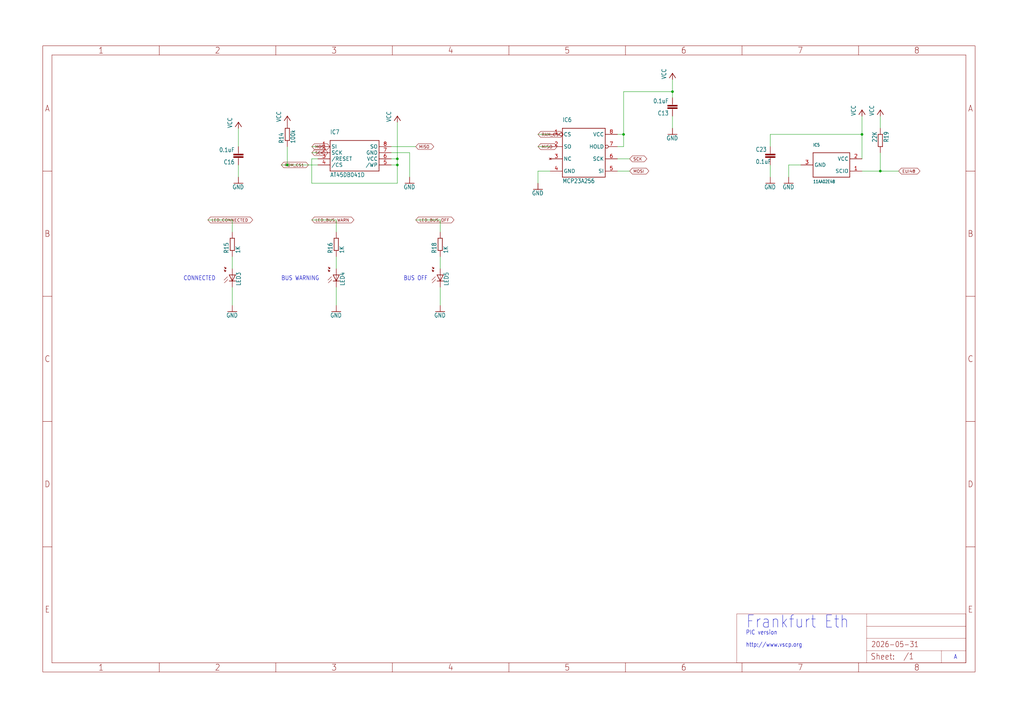
<source format=kicad_sch>
(kicad_sch (version 20250114) (generator "eeschema") (generator_version "9.0")
  (paper "User" 425.45 298.602)
  (lib_symbols
    (symbol "frankfurt_eth_pic-eagle-import:11AA02E48"
      (symbol "11AA02E48_1_0"
        (polyline (pts (xy -7.62 5.08) (xy -7.62 -5.08)) (stroke (width 0.254)))
        (polyline (pts (xy -7.62 -5.08) (xy 7.62 -5.08)) (stroke (width 0.254)))
        (polyline (pts (xy 7.62 5.08) (xy -7.62 5.08)) (stroke (width 0.254)))
        (polyline (pts (xy 7.62 -5.08) (xy 7.62 5.08)) (stroke (width 0.254)))
        (pin power_in line (at -12.7 0 0) (length 5.08) (name "GND") (number "3"))
        (pin power_in line (at 12.7 2.54 180) (length 5.08) (name "VCC") (number "2"))
        (pin bidirectional line (at 12.7 -2.54 180) (length 5.08) (name "SCIO") (number "1"))
      )
    )
    (symbol "frankfurt_eth_pic-eagle-import:A3L-LOC"
      (symbol "A3L-LOC_1_0"
        (polyline (pts (xy 0 260.35) (xy 387.35 260.35) (xy 387.35 0) (xy 0 0) (xy 0 260.35)))
        (polyline (pts (xy 0 208.28) (xy 3.81 208.28)))
        (polyline (pts (xy 0 156.21) (xy 3.81 156.21)))
        (polyline (pts (xy 0 104.14) (xy 3.81 104.14)))
        (polyline (pts (xy 0 52.07) (xy 3.81 52.07)))
        (polyline (pts (xy 3.81 256.54) (xy 3.81 3.81)))
        (polyline (pts (xy 48.4188 260.35) (xy 48.4188 256.54)))
        (polyline (pts (xy 48.4188 3.81) (xy 48.4188 0)))
        (polyline (pts (xy 96.8375 260.35) (xy 96.8375 256.54)))
        (polyline (pts (xy 96.8375 3.81) (xy 96.8375 0)))
        (polyline (pts (xy 145.2563 260.35) (xy 145.2563 256.54)))
        (polyline (pts (xy 145.2563 3.81) (xy 145.2563 0)))
        (polyline (pts (xy 193.675 260.35) (xy 193.675 256.54)))
        (polyline (pts (xy 193.675 3.81) (xy 193.675 0)))
        (polyline (pts (xy 242.0938 260.35) (xy 242.0938 256.54)))
        (polyline (pts (xy 242.0938 3.81) (xy 242.0938 0)))
        (polyline (pts (xy 288.29 24.13) (xy 342.265 24.13)) (stroke (width 0.1016)))
        (polyline (pts (xy 288.29 3.81) (xy 288.29 24.13)) (stroke (width 0.1016)))
        (polyline (pts (xy 288.29 3.81) (xy 342.265 3.81)) (stroke (width 0.1016)))
        (polyline (pts (xy 290.5125 260.35) (xy 290.5125 256.54)))
        (polyline (pts (xy 290.5125 3.81) (xy 290.5125 0)))
        (polyline (pts (xy 338.9313 260.35) (xy 338.9313 256.54)))
        (polyline (pts (xy 338.9313 3.81) (xy 338.9313 0)))
        (polyline (pts (xy 342.265 24.13) (xy 383.54 24.13)) (stroke (width 0.1016)))
        (polyline (pts (xy 342.265 19.05) (xy 342.265 24.13)) (stroke (width 0.1016)))
        (polyline (pts (xy 342.265 19.05) (xy 383.54 19.05)) (stroke (width 0.1016)))
        (polyline (pts (xy 342.265 13.97) (xy 342.265 19.05)) (stroke (width 0.1016)))
        (polyline (pts (xy 342.265 13.97) (xy 383.54 13.97)) (stroke (width 0.1016)))
        (polyline (pts (xy 342.265 8.89) (xy 342.265 13.97)) (stroke (width 0.1016)))
        (polyline (pts (xy 342.265 8.89) (xy 342.265 3.81)) (stroke (width 0.1016)))
        (polyline (pts (xy 342.265 3.81) (xy 373.38 3.81)) (stroke (width 0.1016)))
        (polyline (pts (xy 373.38 8.89) (xy 342.265 8.89)) (stroke (width 0.1016)))
        (polyline (pts (xy 373.38 8.89) (xy 383.54 8.89)) (stroke (width 0.1016)))
        (polyline (pts (xy 373.38 3.81) (xy 373.38 8.89)) (stroke (width 0.1016)))
        (polyline (pts (xy 373.38 3.81) (xy 383.54 3.81)) (stroke (width 0.1016)))
        (polyline (pts (xy 383.54 256.54) (xy 3.81 256.54)))
        (polyline (pts (xy 383.54 256.54) (xy 383.54 3.81)))
        (polyline (pts (xy 383.54 208.28) (xy 387.35 208.28)))
        (polyline (pts (xy 383.54 156.21) (xy 387.35 156.21)))
        (polyline (pts (xy 383.54 104.14) (xy 387.35 104.14)))
        (polyline (pts (xy 383.54 52.07) (xy 387.35 52.07)))
        (polyline (pts (xy 383.54 19.05) (xy 383.54 24.13)) (stroke (width 0.1016)))
        (polyline (pts (xy 383.54 13.97) (xy 383.54 19.05)) (stroke (width 0.1016)))
        (polyline (pts (xy 383.54 8.89) (xy 383.54 13.97)) (stroke (width 0.1016)))
        (polyline (pts (xy 383.54 3.81) (xy 3.81 3.81)))
        (polyline (pts (xy 383.54 3.81) (xy 383.54 8.89)) (stroke (width 0.1016)))
        (text "A" (at 1.905 234.315 0) (effects (font (size 2.54 2.286))))
        (text "B" (at 1.905 182.245 0) (effects (font (size 2.54 2.286))))
        (text "C" (at 1.905 130.175 0) (effects (font (size 2.54 2.286))))
        (text "D" (at 1.905 78.105 0) (effects (font (size 2.54 2.286))))
        (text "E" (at 1.905 26.035 0) (effects (font (size 2.54 2.286))))
        (text "1" (at 24.2094 258.445 0) (effects (font (size 2.54 2.286))))
        (text "1" (at 24.2094 1.905 0) (effects (font (size 2.54 2.286))))
        (text "2" (at 72.6281 258.445 0) (effects (font (size 2.54 2.286))))
        (text "2" (at 72.6281 1.905 0) (effects (font (size 2.54 2.286))))
        (text "3" (at 121.0469 258.445 0) (effects (font (size 2.54 2.286))))
        (text "3" (at 121.0469 1.905 0) (effects (font (size 2.54 2.286))))
        (text "4" (at 169.4656 258.445 0) (effects (font (size 2.54 2.286))))
        (text "4" (at 169.4656 1.905 0) (effects (font (size 2.54 2.286))))
        (text "5" (at 217.8844 258.445 0) (effects (font (size 2.54 2.286))))
        (text "5" (at 217.8844 1.905 0) (effects (font (size 2.54 2.286))))
        (text "6" (at 266.3031 258.445 0) (effects (font (size 2.54 2.286))))
        (text "6" (at 266.3031 1.905 0) (effects (font (size 2.54 2.286))))
        (text "7" (at 314.7219 258.445 0) (effects (font (size 2.54 2.286))))
        (text "7" (at 314.7219 1.905 0) (effects (font (size 2.54 2.286))))
        (text "Sheet:" (at 343.916 4.953 0) (effects (font (size 2.54 2.159)) (justify left bottom)))
        (text "${PROJECTNAME}" (at 344.17 15.24 0) (effects (font (size 2.54 2.159)) (justify left bottom)))
        (text "${CURRENT_DATE}" (at 344.17 10.16 0) (effects (font (size 2.286 1.9431)) (justify left bottom)))
        (text "${#}/${##}" (at 357.505 5.08 0) (effects (font (size 2.54 2.159)) (justify left bottom)))
        (text "8" (at 363.1406 258.445 0) (effects (font (size 2.54 2.286))))
        (text "8" (at 363.1406 1.905 0) (effects (font (size 2.54 2.286))))
        (text "A" (at 385.445 234.315 0) (effects (font (size 2.54 2.286))))
        (text "B" (at 385.445 182.245 0) (effects (font (size 2.54 2.286))))
        (text "C" (at 385.445 130.175 0) (effects (font (size 2.54 2.286))))
        (text "D" (at 385.445 78.105 0) (effects (font (size 2.54 2.286))))
        (text "E" (at 385.445 26.035 0) (effects (font (size 2.54 2.286))))
      )
    )
    (symbol "frankfurt_eth_pic-eagle-import:AT45DB011DSOP8W"
      (property "Reference" "SOP8" (at -10.16 7.62 0))
      (symbol "AT45DB011DSOP8W_1_0"
        (polyline (pts (xy -10.16 5.08) (xy -10.16 -7.62)) (stroke (width 0.254)))
        (polyline (pts (xy -10.16 -7.62) (xy 10.16 -7.62)) (stroke (width 0.254)))
        (polyline (pts (xy 10.16 5.08) (xy -10.16 5.08)) (stroke (width 0.254)))
        (polyline (pts (xy 10.16 -7.62) (xy 10.16 5.08)) (stroke (width 0.254)))
        (pin input line (at -15.24 2.54 0) (length 5.08) (name "SI") (number "1"))
        (pin input line (at -15.24 0 0) (length 5.08) (name "SCK") (number "2"))
        (pin input line (at -15.24 -2.54 0) (length 5.08) (name "/RESET") (number "3"))
        (pin input line (at -15.24 -5.08 0) (length 5.08) (name "/CS") (number "4"))
        (pin output line (at 15.24 2.54 180) (length 5.08) (name "SO") (number "8"))
        (pin power_in line (at 15.24 0 180) (length 5.08) (name "GND") (number "7"))
        (pin power_in line (at 15.24 -2.54 180) (length 5.08) (name "VCC") (number "6"))
        (pin input line (at 15.24 -5.08 180) (length 5.08) (name "/WP") (number "5"))
      )
    )
    (symbol "frankfurt_eth_pic-eagle-import:C-EUC0805"
      (property "Reference" "C" (at 1.524 0.381 0))
      (symbol "C-EUC0805_1_0"
        (rectangle (start -2.032 -1.016) (end 2.032 -0.508) (fill (type outline)))
        (rectangle (start -2.032 -2.032) (end 2.032 -1.524) (fill (type outline)))
        (polyline (pts (xy 0 0) (xy 0 -0.508)) (stroke (width 0.1524)))
        (polyline (pts (xy 0 -2.54) (xy 0 -2.032)) (stroke (width 0.1524)))
        (pin passive line (at 0 2.54 270) (length 2.54) (name "1") (number "1"))
        (pin passive line (at 0 -5.08 90) (length 2.54) (name "2") (number "2"))
      )
    )
    (symbol "frankfurt_eth_pic-eagle-import:GND" (power)
      (symbol "GND_1_0"
        (polyline (pts (xy -1.905 0) (xy 1.905 0)) (stroke (width 0.254)))
        (pin power_in line (at 0 2.54 270) (length 2.54) (name "GND") (number "1"))
      )
    )
    (symbol "frankfurt_eth_pic-eagle-import:LEDCHIP-LED0805"
      (property "Reference" "LED" (at 3.556 -4.572 90))
      (symbol "LEDCHIP-LED0805_1_0"
        (polyline (pts (xy -3.429 2.159) (xy -3.048 1.27) (xy -2.54 1.778)) (stroke (width 0.1524)) (fill (type outline)))
        (polyline (pts (xy -3.302 3.302) (xy -2.921 2.413) (xy -2.413 2.921)) (stroke (width 0.1524)) (fill (type outline)))
        (polyline (pts (xy -2.032 -0.762) (xy -3.429 -2.159)) (stroke (width 0.1524)))
        (polyline (pts (xy -1.905 -1.905) (xy -3.302 -3.302)) (stroke (width 0.1524)))
        (polyline (pts (xy 0 0) (xy -1.27 0)) (stroke (width 0.254)))
        (polyline (pts (xy 0 0) (xy 0 -2.54)) (stroke (width 0.1524)))
        (polyline (pts (xy 0 -2.54) (xy -1.27 0)) (stroke (width 0.254)))
        (polyline (pts (xy 0 -2.54) (xy -1.27 -2.54)) (stroke (width 0.254)))
        (polyline (pts (xy 1.27 0) (xy 0 0)) (stroke (width 0.254)))
        (polyline (pts (xy 1.27 0) (xy 0 -2.54)) (stroke (width 0.254)))
        (polyline (pts (xy 1.27 -2.54) (xy 0 -2.54)) (stroke (width 0.254)))
        (pin passive line (at 0 2.54 270) (length 2.54) (name "A") (number "A"))
        (pin passive line (at 0 -5.08 90) (length 2.54) (name "C") (number "C"))
      )
    )
    (symbol "frankfurt_eth_pic-eagle-import:MCP23A256"
      (symbol "MCP23A256_1_0"
        (polyline (pts (xy -7.62 7.62) (xy -7.62 -12.7)) (stroke (width 0.254)))
        (polyline (pts (xy -7.62 -12.7) (xy 10.16 -12.7)) (stroke (width 0.254)))
        (polyline (pts (xy 10.16 7.62) (xy -7.62 7.62)) (stroke (width 0.254)))
        (polyline (pts (xy 10.16 -12.7) (xy 10.16 7.62)) (stroke (width 0.254)))
        (pin input inverted (at -12.7 5.08 0) (length 5.08) (name "CS") (number "1"))
        (pin output line (at -12.7 0 0) (length 5.08) (name "SO") (number "2"))
        (pin no_connect line (at -12.7 -5.08 0) (length 5.08) (name "NC") (number "3"))
        (pin power_in line (at -12.7 -10.16 0) (length 5.08) (name "GND") (number "4"))
        (pin power_in line (at 15.24 5.08 180) (length 5.08) (name "VCC") (number "8"))
        (pin input inverted (at 15.24 0 180) (length 5.08) (name "HOLD") (number "7"))
        (pin input line (at 15.24 -5.08 180) (length 5.08) (name "SCK") (number "6"))
        (pin input line (at 15.24 -10.16 180) (length 5.08) (name "SI") (number "5"))
      )
    )
    (symbol "frankfurt_eth_pic-eagle-import:R-EU_M0805"
      (property "Reference" "R" (at -3.81 1.4986 0))
      (symbol "R-EU_M0805_1_0"
        (polyline (pts (xy -2.54 -0.889) (xy -2.54 0.889)) (stroke (width 0.254)))
        (polyline (pts (xy -2.54 -0.889) (xy 2.54 -0.889)) (stroke (width 0.254)))
        (polyline (pts (xy 2.54 0.889) (xy -2.54 0.889)) (stroke (width 0.254)))
        (polyline (pts (xy 2.54 -0.889) (xy 2.54 0.889)) (stroke (width 0.254)))
        (pin passive line (at -5.08 0 0) (length 2.54) (name "1") (number "1"))
        (pin passive line (at 5.08 0 180) (length 2.54) (name "2") (number "2"))
      )
    )
    (symbol "frankfurt_eth_pic-eagle-import:R-EU_R0805"
      (property "Reference" "R" (at -3.81 1.4986 0))
      (symbol "R-EU_R0805_1_0"
        (polyline (pts (xy -2.54 -0.889) (xy -2.54 0.889)) (stroke (width 0.254)))
        (polyline (pts (xy -2.54 -0.889) (xy 2.54 -0.889)) (stroke (width 0.254)))
        (polyline (pts (xy 2.54 0.889) (xy -2.54 0.889)) (stroke (width 0.254)))
        (polyline (pts (xy 2.54 -0.889) (xy 2.54 0.889)) (stroke (width 0.254)))
        (pin passive line (at -5.08 0 0) (length 2.54) (name "1") (number "1"))
        (pin passive line (at 5.08 0 180) (length 2.54) (name "2") (number "2"))
      )
    )
    (symbol "frankfurt_eth_pic-eagle-import:VCC" (power)
      (symbol "VCC_1_0"
        (polyline (pts (xy 0 0) (xy -1.27 -1.905)) (stroke (width 0.254)))
        (polyline (pts (xy 1.27 -1.905) (xy 0 0)) (stroke (width 0.254)))
        (pin power_in line (at 0 -2.54 90) (length 2.54) (name "VCC") (number "1"))
      )
    )
  )
  (text "BUS OFF" (at 167.64 116.84 0) (effects (font (size 1.778 1.5113)) (justify left bottom)))
  (text "PIC version" (at 309.88 264.16 0) (effects (font (size 1.778 1.5113)) (justify left bottom)))
  (text "A" (at 396.24 274.32 0) (effects (font (size 1.778 1.5113)) (justify left bottom)))
  (text "http://www.vscp.org" (at 309.88 269.24 0) (effects (font (size 1.778 1.5113)) (justify left bottom)))
  (text "CONNECTED" (at 76.2 116.84 0) (effects (font (size 1.778 1.5113)) (justify left bottom)))
  (text "BUS WARNING" (at 116.84 116.84 0) (effects (font (size 1.778 1.5113)) (justify left bottom)))
  (text "Frankfurt Eth" (at 309.88 261.62 0) (effects (font (size 5.08 4.318)) (justify left bottom)))
  (junction (at 358.14 55.88))
  (junction (at 279.4 38.1))
  (junction (at 119.38 68.58))
  (junction (at 165.1 68.58))
  (junction (at 165.1 66.04))
  (junction (at 259.08 55.88))
  (junction (at 365.76 71.12))
  (wire (pts (xy 129.54 76.2) (xy 129.54 66.04)) (stroke (width 0.1524)))
  (wire (pts (xy 320.04 55.88) (xy 358.14 55.88)) (stroke (width 0.1524)))
  (wire (pts (xy 96.52 119.38) (xy 96.52 127)) (stroke (width 0.1524)))
  (wire (pts (xy 182.88 111.76) (xy 182.88 106.68)) (stroke (width 0.1524)))
  (wire (pts (xy 259.08 38.1) (xy 279.4 38.1)) (stroke (width 0.1524)))
  (wire (pts (xy 162.56 60.96) (xy 172.72 60.96)) (stroke (width 0.1524)))
  (wire (pts (xy 132.08 60.96) (xy 129.54 60.96)) (stroke (width 0.1524)))
  (wire (pts (xy 165.1 68.58) (xy 165.1 76.2)) (stroke (width 0.1524)))
  (wire (pts (xy 259.08 55.88) (xy 259.08 38.1)) (stroke (width 0.1524)))
  (wire (pts (xy 165.1 68.58) (xy 165.1 66.04)) (stroke (width 0.1524)))
  (wire (pts (xy 279.4 40.64) (xy 279.4 38.1)) (stroke (width 0.1524)))
  (wire (pts (xy 228.6 60.96) (xy 223.52 60.96)) (stroke (width 0.1524)))
  (wire (pts (xy 365.76 71.12) (xy 373.38 71.12)) (stroke (width 0.1524)))
  (wire (pts (xy 327.66 68.58) (xy 327.66 73.66)) (stroke (width 0.1524)))
  (wire (pts (xy 358.14 71.12) (xy 365.76 71.12)) (stroke (width 0.1524)))
  (wire (pts (xy 119.38 68.58) (xy 116.84 68.58)) (stroke (width 0.1524)))
  (wire (pts (xy 96.52 91.44) (xy 86.36 91.44)) (stroke (width 0.1524)))
  (wire (pts (xy 256.54 71.12) (xy 261.62 71.12)) (stroke (width 0.1524)))
  (wire (pts (xy 165.1 76.2) (xy 129.54 76.2)) (stroke (width 0.1524)))
  (wire (pts (xy 132.08 66.04) (xy 129.54 66.04)) (stroke (width 0.1524)))
  (wire (pts (xy 279.4 38.1) (xy 279.4 33.02)) (stroke (width 0.1524)))
  (wire (pts (xy 182.88 91.44) (xy 172.72 91.44)) (stroke (width 0.1524)))
  (wire (pts (xy 165.1 66.04) (xy 165.1 50.8)) (stroke (width 0.1524)))
  (wire (pts (xy 320.04 60.96) (xy 320.04 55.88)) (stroke (width 0.1524)))
  (wire (pts (xy 119.38 68.58) (xy 119.38 60.96)) (stroke (width 0.1524)))
  (wire (pts (xy 162.56 66.04) (xy 165.1 66.04)) (stroke (width 0.1524)))
  (wire (pts (xy 99.06 60.96) (xy 99.06 53.34)) (stroke (width 0.1524)))
  (wire (pts (xy 162.56 63.5) (xy 170.18 63.5)) (stroke (width 0.1524)))
  (wire (pts (xy 279.4 53.34) (xy 279.4 48.26)) (stroke (width 0.1524)))
  (wire (pts (xy 132.08 63.5) (xy 129.54 63.5)) (stroke (width 0.1524)))
  (wire (pts (xy 256.54 66.04) (xy 261.62 66.04)) (stroke (width 0.1524)))
  (wire (pts (xy 96.52 111.76) (xy 96.52 106.68)) (stroke (width 0.1524)))
  (wire (pts (xy 256.54 60.96) (xy 259.08 60.96)) (stroke (width 0.1524)))
  (wire (pts (xy 182.88 91.44) (xy 182.88 96.52)) (stroke (width 0.1524)))
  (wire (pts (xy 332.74 68.58) (xy 327.66 68.58)) (stroke (width 0.1524)))
  (wire (pts (xy 132.08 68.58) (xy 119.38 68.58)) (stroke (width 0.1524)))
  (wire (pts (xy 256.54 55.88) (xy 259.08 55.88)) (stroke (width 0.1524)))
  (wire (pts (xy 223.52 71.12) (xy 223.52 76.2)) (stroke (width 0.1524)))
  (wire (pts (xy 365.76 63.5) (xy 365.76 71.12)) (stroke (width 0.1524)))
  (wire (pts (xy 228.6 71.12) (xy 223.52 71.12)) (stroke (width 0.1524)))
  (wire (pts (xy 259.08 60.96) (xy 259.08 55.88)) (stroke (width 0.1524)))
  (wire (pts (xy 96.52 91.44) (xy 96.52 96.52)) (stroke (width 0.1524)))
  (wire (pts (xy 358.14 55.88) (xy 358.14 48.26)) (stroke (width 0.1524)))
  (wire (pts (xy 182.88 119.38) (xy 182.88 127)) (stroke (width 0.1524)))
  (wire (pts (xy 358.14 66.04) (xy 358.14 55.88)) (stroke (width 0.1524)))
  (wire (pts (xy 139.7 91.44) (xy 139.7 96.52)) (stroke (width 0.1524)))
  (wire (pts (xy 228.6 55.88) (xy 223.52 55.88)) (stroke (width 0.1524)))
  (wire (pts (xy 139.7 119.38) (xy 139.7 127)) (stroke (width 0.1524)))
  (wire (pts (xy 139.7 111.76) (xy 139.7 106.68)) (stroke (width 0.1524)))
  (wire (pts (xy 365.76 48.26) (xy 365.76 53.34)) (stroke (width 0.1524)))
  (wire (pts (xy 99.06 68.58) (xy 99.06 73.66)) (stroke (width 0.1524)))
  (wire (pts (xy 320.04 68.58) (xy 320.04 73.66)) (stroke (width 0.1524)))
  (wire (pts (xy 139.7 91.44) (xy 129.54 91.44)) (stroke (width 0.1524)))
  (wire (pts (xy 170.18 63.5) (xy 170.18 73.66)) (stroke (width 0.1524)))
  (wire (pts (xy 162.56 68.58) (xy 165.1 68.58)) (stroke (width 0.1524)))
  (global_label "MISO" (shape bidirectional) (at 223.52 60.96 0) (effects (font (size 1.2446 1.2446))) (property "Intersheetrefs" "${INTERSHEET_REFS}" (effects (hide yes))))
  (global_label "ROM_CS1" (shape bidirectional) (at 116.84 68.58 0) (effects (font (size 1.1735 1.1735))) (property "Intersheetrefs" "${INTERSHEET_REFS}" (effects (hide yes))))
  (global_label "LED_BUS_OFF" (shape bidirectional) (at 172.72 91.44 0) (effects (font (size 1.2446 1.2446))) (property "Intersheetrefs" "${INTERSHEET_REFS}" (effects (hide yes))))
  (global_label "MOSI" (shape bidirectional) (at 261.62 71.12 0) (effects (font (size 1.2446 1.2446))) (property "Intersheetrefs" "${INTERSHEET_REFS}" (effects (hide yes))))
  (global_label "SCK" (shape bidirectional) (at 129.54 63.5 0) (effects (font (size 1.1735 1.1735))) (property "Intersheetrefs" "${INTERSHEET_REFS}" (effects (hide yes))))
  (global_label "MOSI" (shape bidirectional) (at 129.54 60.96 0) (effects (font (size 1.1735 1.1735))) (property "Intersheetrefs" "${INTERSHEET_REFS}" (effects (hide yes))))
  (global_label "SCK" (shape bidirectional) (at 261.62 66.04 0) (effects (font (size 1.2446 1.2446))) (property "Intersheetrefs" "${INTERSHEET_REFS}" (effects (hide yes))))
  (global_label "LED_BUS_WARN" (shape bidirectional) (at 129.54 91.44 0) (effects (font (size 1.2446 1.2446))) (property "Intersheetrefs" "${INTERSHEET_REFS}" (effects (hide yes))))
  (global_label "EUI48" (shape bidirectional) (at 373.38 71.12 0) (effects (font (size 1.2446 1.2446))) (property "Intersheetrefs" "${INTERSHEET_REFS}" (effects (hide yes))))
  (global_label "LED_CONNECTED" (shape bidirectional) (at 86.36 91.44 0) (effects (font (size 1.2446 1.2446))) (property "Intersheetrefs" "${INTERSHEET_REFS}" (effects (hide yes))))
  (global_label "MISO" (shape bidirectional) (at 172.72 60.96 0) (effects (font (size 1.1735 1.1735))) (property "Intersheetrefs" "${INTERSHEET_REFS}" (effects (hide yes))))
  (global_label "RAM_CS" (shape bidirectional) (at 223.52 55.88 0) (effects (font (size 1.2446 1.2446))) (property "Intersheetrefs" "${INTERSHEET_REFS}" (effects (hide yes))))
  (symbol (lib_id "frankfurt_eth_pic-eagle-import:VCC") (at 99.06 50.8 0) (unit 1)
    (property "Reference" "#P+19" (effects (hide yes)))
    (property "Value" "VCC" (at 96.52 53.34 90) (effects (font (size 1.778 1.5113)) (justify left bottom)))
  )
  (symbol (lib_id "frankfurt_eth_pic-eagle-import:C-EUC0805") (at 99.06 66.04 180) (unit 1)
    (property "Reference" "C16" (at 97.536 66.421 0) (effects (font (size 1.778 1.5113)) (justify left bottom)))
    (property "Value" "0.1uF" (at 97.536 61.341 0) (effects (font (size 1.778 1.5113)) (justify left bottom)))
    (property "Footprint" "frankfurt_eth_pic:C0805" (effects (hide yes)))
  )
  (symbol (lib_id "frankfurt_eth_pic-eagle-import:GND") (at 139.7 129.54 0) (unit 1)
    (property "Reference" "#GND36" (effects (hide yes)))
    (property "Value" "GND" (at 137.16 132.08 0) (effects (font (size 1.778 1.5113)) (justify left bottom)))
  )
  (symbol (lib_id "frankfurt_eth_pic-eagle-import:GND") (at 320.04 76.2 0) (unit 1)
    (property "Reference" "#GND30" (effects (hide yes)))
    (property "Value" "GND" (at 317.5 78.74 0) (effects (font (size 1.778 1.5113)) (justify left bottom)))
  )
  (symbol (lib_id "frankfurt_eth_pic-eagle-import:MCP23A256") (at 241.3 60.96 0) (unit 1)
    (property "Reference" "IC6" (at 233.68 50.8 0) (effects (font (size 1.778 1.5113)) (justify left bottom)))
    (property "Value" "MCP23A256" (at 233.68 76.2 0) (effects (font (size 1.778 1.5113)) (justify left bottom)))
    (property "Footprint" "frankfurt_eth_pic:SO-8" (effects (hide yes)))
  )
  (symbol (lib_id "frankfurt_eth_pic-eagle-import:VCC") (at 365.76 45.72 0) (unit 1)
    (property "Reference" "#P+13" (effects (hide yes)))
    (property "Value" "VCC" (at 363.22 48.26 90) (effects (font (size 1.778 1.5113)) (justify left bottom)))
  )
  (symbol (lib_id "frankfurt_eth_pic-eagle-import:VCC") (at 119.38 48.26 0) (unit 1)
    (property "Reference" "#P+16" (effects (hide yes)))
    (property "Value" "VCC" (at 116.84 50.8 90) (effects (font (size 1.778 1.5113)) (justify left bottom)))
  )
  (symbol (lib_id "frankfurt_eth_pic-eagle-import:GND") (at 99.06 76.2 0) (unit 1)
    (property "Reference" "#GND37" (effects (hide yes)))
    (property "Value" "GND" (at 96.52 78.74 0) (effects (font (size 1.778 1.5113)) (justify left bottom)))
  )
  (symbol (lib_id "frankfurt_eth_pic-eagle-import:R-EU_R0805") (at 139.7 101.6 90) (unit 1)
    (property "Reference" "R16" (at 138.2014 105.41 0) (effects (font (size 1.778 1.5113)) (justify left bottom)))
    (property "Value" "1K" (at 143.002 105.41 0) (effects (font (size 1.778 1.5113)) (justify left bottom)))
    (property "Footprint" "frankfurt_eth_pic:R0805" (effects (hide yes)))
  )
  (symbol (lib_id "frankfurt_eth_pic-eagle-import:AT45DB011DSOP8W") (at 147.32 63.5 0) (unit 1)
    (property "Reference" "IC7" (at 137.16 55.88 0) (effects (font (size 1.778 1.5113)) (justify left bottom)))
    (property "Value" "AT45DB041D" (at 137.16 73.66 0) (effects (font (size 1.778 1.5113)) (justify left bottom)))
    (property "Footprint" "frankfurt_eth_pic:SOP8W" (effects (hide yes)))
  )
  (symbol (lib_id "frankfurt_eth_pic-eagle-import:LEDCHIP-LED0805") (at 182.88 114.3 0) (unit 1)
    (property "Reference" "LED5" (at 186.436 118.872 90) (effects (font (size 1.778 1.5113)) (justify left bottom)))
    (property "Value" "LEDCHIP-LED0805" (effects (hide yes)))
    (property "Footprint" "frankfurt_eth_pic:CHIP-LED0805" (effects (hide yes)))
  )
  (symbol (lib_id "frankfurt_eth_pic-eagle-import:A3L-LOC") (at 17.78 279.4 0) (unit 1)
    (property "Reference" "#FRAME3" (effects (hide yes)))
    (property "Value" "A3L-LOC" (effects (hide yes)))
  )
  (symbol (lib_id "frankfurt_eth_pic-eagle-import:GND") (at 223.52 78.74 0) (unit 1)
    (property "Reference" "#GND33" (effects (hide yes)))
    (property "Value" "GND" (at 220.98 81.28 0) (effects (font (size 1.778 1.5113)) (justify left bottom)))
  )
  (symbol (lib_id "frankfurt_eth_pic-eagle-import:VCC") (at 358.14 45.72 0) (unit 1)
    (property "Reference" "#P+12" (effects (hide yes)))
    (property "Value" "VCC" (at 355.6 48.26 90) (effects (font (size 1.778 1.5113)) (justify left bottom)))
  )
  (symbol (lib_id "frankfurt_eth_pic-eagle-import:GND") (at 327.66 76.2 0) (unit 1)
    (property "Reference" "#GND28" (effects (hide yes)))
    (property "Value" "GND" (at 325.12 78.74 0) (effects (font (size 1.778 1.5113)) (justify left bottom)))
  )
  (symbol (lib_id "frankfurt_eth_pic-eagle-import:VCC") (at 279.4 30.48 0) (unit 1)
    (property "Reference" "#P+14" (effects (hide yes)))
    (property "Value" "VCC" (at 276.86 33.02 90) (effects (font (size 1.778 1.5113)) (justify left bottom)))
  )
  (symbol (lib_id "frankfurt_eth_pic-eagle-import:R-EU_M0805") (at 119.38 55.88 90) (unit 1)
    (property "Reference" "R14" (at 117.8814 59.69 0) (effects (font (size 1.778 1.5113)) (justify left bottom)))
    (property "Value" "100k" (at 122.682 59.69 0) (effects (font (size 1.778 1.5113)) (justify left bottom)))
    (property "Footprint" "frankfurt_eth_pic:M0805" (effects (hide yes)))
  )
  (symbol (lib_id "frankfurt_eth_pic-eagle-import:VCC") (at 165.1 48.26 0) (unit 1)
    (property "Reference" "#P+15" (effects (hide yes)))
    (property "Value" "VCC" (at 162.56 50.8 90) (effects (font (size 1.778 1.5113)) (justify left bottom)))
  )
  (symbol (lib_id "frankfurt_eth_pic-eagle-import:R-EU_R0805") (at 182.88 101.6 90) (unit 1)
    (property "Reference" "R18" (at 181.3814 105.41 0) (effects (font (size 1.778 1.5113)) (justify left bottom)))
    (property "Value" "1K" (at 186.182 105.41 0) (effects (font (size 1.778 1.5113)) (justify left bottom)))
    (property "Footprint" "frankfurt_eth_pic:R0805" (effects (hide yes)))
  )
  (symbol (lib_id "frankfurt_eth_pic-eagle-import:GND") (at 170.18 76.2 0) (unit 1)
    (property "Reference" "#GND34" (effects (hide yes)))
    (property "Value" "GND" (at 167.64 78.74 0) (effects (font (size 1.778 1.5113)) (justify left bottom)))
  )
  (symbol (lib_id "frankfurt_eth_pic-eagle-import:C-EUC0805") (at 320.04 63.5 0) (unit 1)
    (property "Reference" "C23" (at 313.944 63.119 0) (effects (font (size 1.778 1.5113)) (justify left bottom)))
    (property "Value" "0.1uF" (at 313.944 68.199 0) (effects (font (size 1.778 1.5113)) (justify left bottom)))
    (property "Footprint" "frankfurt_eth_pic:C0805" (effects (hide yes)))
  )
  (symbol (lib_id "frankfurt_eth_pic-eagle-import:R-EU_M0805") (at 365.76 58.42 270) (unit 1)
    (property "Reference" "R19" (at 367.2586 54.61 0) (effects (font (size 1.778 1.5113)) (justify left bottom)))
    (property "Value" "22K" (at 362.458 54.61 0) (effects (font (size 1.778 1.5113)) (justify left bottom)))
    (property "Footprint" "frankfurt_eth_pic:M0805" (effects (hide yes)))
  )
  (symbol (lib_id "frankfurt_eth_pic-eagle-import:C-EUC0805") (at 279.4 45.72 180) (unit 1)
    (property "Reference" "C13" (at 277.876 46.101 0) (effects (font (size 1.778 1.5113)) (justify left bottom)))
    (property "Value" "0.1uF" (at 277.876 41.021 0) (effects (font (size 1.778 1.5113)) (justify left bottom)))
    (property "Footprint" "frankfurt_eth_pic:C0805" (effects (hide yes)))
  )
  (symbol (lib_id "frankfurt_eth_pic-eagle-import:R-EU_R0805") (at 96.52 101.6 90) (unit 1)
    (property "Reference" "R15" (at 95.0214 105.41 0) (effects (font (size 1.778 1.5113)) (justify left bottom)))
    (property "Value" "1K" (at 99.822 105.41 0) (effects (font (size 1.778 1.5113)) (justify left bottom)))
    (property "Footprint" "frankfurt_eth_pic:R0805" (effects (hide yes)))
  )
  (symbol (lib_id "frankfurt_eth_pic-eagle-import:GND") (at 279.4 55.88 0) (unit 1)
    (property "Reference" "#GND31" (effects (hide yes)))
    (property "Value" "GND" (at 276.86 58.42 0) (effects (font (size 1.778 1.5113)) (justify left bottom)))
  )
  (symbol (lib_id "frankfurt_eth_pic-eagle-import:11AA02E48") (at 345.44 68.58 0) (unit 1)
    (property "Reference" "IC5" (at 337.82 60.96 0) (effects (font (size 1.27 1.0795)) (justify left bottom)))
    (property "Value" "11AA02E48" (at 337.82 76.2 0) (effects (font (size 1.27 1.0795)) (justify left bottom)))
    (property "Footprint" "frankfurt_eth_pic:SOT23" (effects (hide yes)))
  )
  (symbol (lib_id "frankfurt_eth_pic-eagle-import:LEDCHIP-LED0805") (at 96.52 114.3 0) (unit 1)
    (property "Reference" "LED3" (at 100.076 118.872 90) (effects (font (size 1.778 1.5113)) (justify left bottom)))
    (property "Value" "LEDCHIP-LED0805" (effects (hide yes)))
    (property "Footprint" "frankfurt_eth_pic:CHIP-LED0805" (effects (hide yes)))
  )
  (symbol (lib_id "frankfurt_eth_pic-eagle-import:LEDCHIP-LED0805") (at 139.7 114.3 0) (unit 1)
    (property "Reference" "LED4" (at 143.256 118.872 90) (effects (font (size 1.778 1.5113)) (justify left bottom)))
    (property "Value" "LEDCHIP-LED0805" (effects (hide yes)))
    (property "Footprint" "frankfurt_eth_pic:CHIP-LED0805" (effects (hide yes)))
  )
  (symbol (lib_id "frankfurt_eth_pic-eagle-import:GND") (at 96.52 129.54 0) (unit 1)
    (property "Reference" "#GND35" (effects (hide yes)))
    (property "Value" "GND" (at 93.98 132.08 0) (effects (font (size 1.778 1.5113)) (justify left bottom)))
  )
  (symbol (lib_id "frankfurt_eth_pic-eagle-import:GND") (at 182.88 129.54 0) (unit 1)
    (property "Reference" "#GND38" (effects (hide yes)))
    (property "Value" "GND" (at 180.34 132.08 0) (effects (font (size 1.778 1.5113)) (justify left bottom)))
  )
)
</source>
